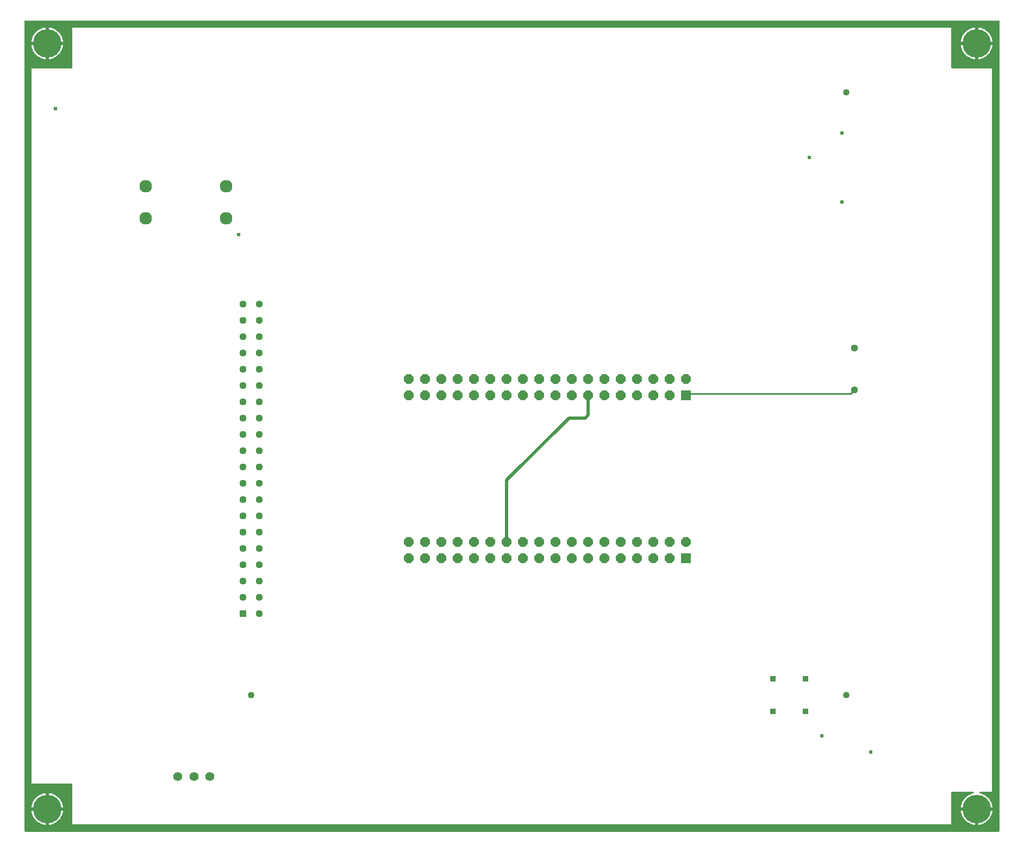
<source format=gbr>
G04 EAGLE Gerber RS-274X export*
G75*
%MOMM*%
%FSLAX34Y34*%
%LPD*%
%INBottom Copper*%
%IPPOS*%
%AMOC8*
5,1,8,0,0,1.08239X$1,22.5*%
G01*
%ADD10C,1.120000*%
%ADD11C,1.400000*%
%ADD12C,1.960000*%
%ADD13C,4.445000*%
%ADD14C,1.016000*%
%ADD15R,1.524000X1.524000*%
%ADD16P,1.649562X8X202.500000*%
%ADD17R,1.120000X1.120000*%
%ADD18R,0.904800X0.904800*%
%ADD19C,0.609600*%
%ADD20C,0.254000*%
%ADD21C,0.508000*%

G36*
X1521444Y1266308D02*
X1521444Y1266308D01*
X1521437Y1266427D01*
X1521424Y1266465D01*
X1521419Y1266506D01*
X1521376Y1266616D01*
X1521339Y1266729D01*
X1521317Y1266764D01*
X1521302Y1266801D01*
X1521233Y1266897D01*
X1521169Y1266998D01*
X1521139Y1267026D01*
X1521116Y1267059D01*
X1521024Y1267135D01*
X1520937Y1267216D01*
X1520902Y1267236D01*
X1520871Y1267261D01*
X1520763Y1267312D01*
X1520659Y1267370D01*
X1520619Y1267380D01*
X1520583Y1267397D01*
X1520466Y1267419D01*
X1520351Y1267449D01*
X1520291Y1267453D01*
X1520271Y1267457D01*
X1520250Y1267455D01*
X1520190Y1267459D01*
X3810Y1267459D01*
X3692Y1267444D01*
X3573Y1267437D01*
X3535Y1267424D01*
X3494Y1267419D01*
X3384Y1267376D01*
X3271Y1267339D01*
X3236Y1267317D01*
X3199Y1267302D01*
X3103Y1267233D01*
X3002Y1267169D01*
X2974Y1267139D01*
X2941Y1267116D01*
X2865Y1267024D01*
X2784Y1266937D01*
X2764Y1266902D01*
X2739Y1266871D01*
X2688Y1266763D01*
X2630Y1266659D01*
X2620Y1266619D01*
X2603Y1266583D01*
X2581Y1266466D01*
X2551Y1266351D01*
X2547Y1266291D01*
X2543Y1266271D01*
X2545Y1266250D01*
X2541Y1266190D01*
X2541Y3810D01*
X2556Y3692D01*
X2563Y3573D01*
X2576Y3535D01*
X2581Y3494D01*
X2624Y3384D01*
X2661Y3271D01*
X2683Y3236D01*
X2698Y3199D01*
X2767Y3103D01*
X2831Y3002D01*
X2861Y2974D01*
X2884Y2941D01*
X2976Y2865D01*
X3063Y2784D01*
X3098Y2764D01*
X3129Y2739D01*
X3237Y2688D01*
X3341Y2630D01*
X3381Y2620D01*
X3417Y2603D01*
X3534Y2581D01*
X3649Y2551D01*
X3709Y2547D01*
X3729Y2543D01*
X3750Y2545D01*
X3810Y2541D01*
X1520190Y2541D01*
X1520308Y2556D01*
X1520427Y2563D01*
X1520465Y2576D01*
X1520506Y2581D01*
X1520616Y2624D01*
X1520729Y2661D01*
X1520764Y2683D01*
X1520801Y2698D01*
X1520897Y2767D01*
X1520998Y2831D01*
X1521026Y2861D01*
X1521059Y2884D01*
X1521135Y2976D01*
X1521216Y3063D01*
X1521236Y3098D01*
X1521261Y3129D01*
X1521312Y3237D01*
X1521370Y3341D01*
X1521380Y3381D01*
X1521397Y3417D01*
X1521419Y3534D01*
X1521449Y3649D01*
X1521453Y3709D01*
X1521457Y3729D01*
X1521455Y3750D01*
X1521459Y3810D01*
X1521459Y1266190D01*
X1521444Y1266308D01*
G37*
%LPC*%
G36*
X76200Y1192531D02*
X76200Y1192531D01*
X76318Y1192546D01*
X76437Y1192553D01*
X76475Y1192566D01*
X76516Y1192571D01*
X76626Y1192614D01*
X76739Y1192651D01*
X76774Y1192673D01*
X76811Y1192688D01*
X76907Y1192758D01*
X77008Y1192821D01*
X77036Y1192851D01*
X77069Y1192874D01*
X77145Y1192966D01*
X77226Y1193053D01*
X77246Y1193088D01*
X77271Y1193119D01*
X77322Y1193227D01*
X77380Y1193331D01*
X77390Y1193371D01*
X77407Y1193407D01*
X77429Y1193524D01*
X77459Y1193639D01*
X77463Y1193700D01*
X77467Y1193720D01*
X77465Y1193740D01*
X77469Y1193800D01*
X77469Y1256031D01*
X1446531Y1256031D01*
X1446531Y1193800D01*
X1446546Y1193682D01*
X1446553Y1193563D01*
X1446566Y1193525D01*
X1446571Y1193484D01*
X1446614Y1193374D01*
X1446651Y1193261D01*
X1446673Y1193226D01*
X1446688Y1193189D01*
X1446758Y1193093D01*
X1446821Y1192992D01*
X1446851Y1192964D01*
X1446874Y1192931D01*
X1446966Y1192856D01*
X1447053Y1192774D01*
X1447088Y1192754D01*
X1447119Y1192729D01*
X1447227Y1192678D01*
X1447331Y1192620D01*
X1447371Y1192610D01*
X1447407Y1192593D01*
X1447524Y1192571D01*
X1447639Y1192541D01*
X1447700Y1192537D01*
X1447720Y1192533D01*
X1447740Y1192535D01*
X1447800Y1192531D01*
X1510031Y1192531D01*
X1510031Y64769D01*
X1491615Y64769D01*
X1491598Y64767D01*
X1491581Y64769D01*
X1491441Y64747D01*
X1491300Y64729D01*
X1491284Y64723D01*
X1491267Y64721D01*
X1491136Y64665D01*
X1491004Y64612D01*
X1490990Y64602D01*
X1490975Y64596D01*
X1490862Y64509D01*
X1490747Y64426D01*
X1490736Y64412D01*
X1490722Y64402D01*
X1490635Y64290D01*
X1490544Y64181D01*
X1490537Y64165D01*
X1490526Y64152D01*
X1490469Y64021D01*
X1490409Y63893D01*
X1490405Y63876D01*
X1490398Y63860D01*
X1490375Y63719D01*
X1490349Y63581D01*
X1490350Y63563D01*
X1490347Y63547D01*
X1490360Y63404D01*
X1490369Y63263D01*
X1490374Y63247D01*
X1490375Y63230D01*
X1490423Y63095D01*
X1490467Y62961D01*
X1490476Y62946D01*
X1490481Y62930D01*
X1490561Y62812D01*
X1490637Y62692D01*
X1490649Y62680D01*
X1490659Y62666D01*
X1490764Y62572D01*
X1490868Y62474D01*
X1490883Y62466D01*
X1490896Y62454D01*
X1491022Y62389D01*
X1491147Y62320D01*
X1491163Y62316D01*
X1491179Y62308D01*
X1491333Y62263D01*
X1492767Y61935D01*
X1495392Y61017D01*
X1497899Y59810D01*
X1500254Y58330D01*
X1502429Y56595D01*
X1504395Y54629D01*
X1506130Y52454D01*
X1507610Y50099D01*
X1508817Y47592D01*
X1509735Y44967D01*
X1510354Y42255D01*
X1510536Y40639D01*
X1487170Y40639D01*
X1487052Y40624D01*
X1486933Y40617D01*
X1486895Y40604D01*
X1486855Y40599D01*
X1486744Y40556D01*
X1486631Y40519D01*
X1486597Y40497D01*
X1486559Y40482D01*
X1486463Y40412D01*
X1486362Y40349D01*
X1486334Y40319D01*
X1486302Y40295D01*
X1486226Y40204D01*
X1486144Y40117D01*
X1486125Y40082D01*
X1486099Y40051D01*
X1486048Y39943D01*
X1485991Y39839D01*
X1485980Y39799D01*
X1485963Y39763D01*
X1485941Y39646D01*
X1485911Y39531D01*
X1485907Y39470D01*
X1485903Y39450D01*
X1485904Y39435D01*
X1485903Y39429D01*
X1485904Y39420D01*
X1485901Y39370D01*
X1485901Y38099D01*
X1485899Y38099D01*
X1485899Y39370D01*
X1485884Y39488D01*
X1485877Y39607D01*
X1485864Y39645D01*
X1485859Y39685D01*
X1485815Y39796D01*
X1485779Y39909D01*
X1485757Y39944D01*
X1485742Y39981D01*
X1485672Y40077D01*
X1485609Y40178D01*
X1485579Y40206D01*
X1485555Y40239D01*
X1485464Y40314D01*
X1485377Y40396D01*
X1485342Y40416D01*
X1485310Y40441D01*
X1485203Y40492D01*
X1485098Y40550D01*
X1485059Y40560D01*
X1485023Y40577D01*
X1484906Y40599D01*
X1484791Y40629D01*
X1484730Y40633D01*
X1484710Y40637D01*
X1484690Y40635D01*
X1484630Y40639D01*
X1461264Y40639D01*
X1461446Y42255D01*
X1462065Y44967D01*
X1462983Y47592D01*
X1464190Y50099D01*
X1465670Y52454D01*
X1467405Y54629D01*
X1469371Y56595D01*
X1471546Y58330D01*
X1473901Y59810D01*
X1476408Y61017D01*
X1479033Y61935D01*
X1480467Y62263D01*
X1480483Y62268D01*
X1480500Y62271D01*
X1480632Y62323D01*
X1480766Y62372D01*
X1480780Y62381D01*
X1480796Y62388D01*
X1480911Y62471D01*
X1481028Y62552D01*
X1481039Y62564D01*
X1481053Y62574D01*
X1481144Y62684D01*
X1481237Y62791D01*
X1481245Y62806D01*
X1481256Y62819D01*
X1481316Y62948D01*
X1481380Y63075D01*
X1481384Y63092D01*
X1481391Y63107D01*
X1481418Y63246D01*
X1481449Y63386D01*
X1481448Y63403D01*
X1481451Y63420D01*
X1481442Y63561D01*
X1481437Y63703D01*
X1481433Y63720D01*
X1481431Y63737D01*
X1481388Y63872D01*
X1481348Y64008D01*
X1481339Y64023D01*
X1481333Y64039D01*
X1481258Y64159D01*
X1481185Y64282D01*
X1481172Y64294D01*
X1481163Y64308D01*
X1481060Y64406D01*
X1480959Y64506D01*
X1480944Y64514D01*
X1480932Y64526D01*
X1480808Y64594D01*
X1480685Y64667D01*
X1480668Y64671D01*
X1480653Y64680D01*
X1480516Y64715D01*
X1480379Y64754D01*
X1480362Y64755D01*
X1480345Y64759D01*
X1480185Y64769D01*
X1447800Y64769D01*
X1447682Y64754D01*
X1447563Y64747D01*
X1447525Y64734D01*
X1447484Y64729D01*
X1447374Y64686D01*
X1447261Y64649D01*
X1447226Y64627D01*
X1447189Y64612D01*
X1447093Y64543D01*
X1446992Y64479D01*
X1446964Y64449D01*
X1446931Y64426D01*
X1446856Y64334D01*
X1446774Y64247D01*
X1446754Y64212D01*
X1446729Y64181D01*
X1446678Y64073D01*
X1446620Y63969D01*
X1446610Y63929D01*
X1446593Y63893D01*
X1446571Y63776D01*
X1446541Y63661D01*
X1446537Y63601D01*
X1446533Y63581D01*
X1446535Y63560D01*
X1446534Y63548D01*
X1446533Y63545D01*
X1446533Y63543D01*
X1446531Y63500D01*
X1446531Y13969D01*
X77469Y13969D01*
X77469Y76200D01*
X77454Y76318D01*
X77447Y76437D01*
X77434Y76475D01*
X77429Y76516D01*
X77386Y76626D01*
X77349Y76739D01*
X77327Y76774D01*
X77312Y76811D01*
X77243Y76907D01*
X77179Y77008D01*
X77149Y77036D01*
X77126Y77069D01*
X77034Y77145D01*
X76947Y77226D01*
X76912Y77246D01*
X76881Y77271D01*
X76773Y77322D01*
X76669Y77380D01*
X76629Y77390D01*
X76593Y77407D01*
X76476Y77429D01*
X76361Y77459D01*
X76301Y77463D01*
X76281Y77467D01*
X76260Y77465D01*
X76200Y77469D01*
X13969Y77469D01*
X13969Y1192531D01*
X76200Y1192531D01*
G37*
%LPD*%
%LPC*%
G36*
X40639Y1234439D02*
X40639Y1234439D01*
X40639Y1256536D01*
X42255Y1256354D01*
X44967Y1255735D01*
X47592Y1254817D01*
X50099Y1253610D01*
X52454Y1252130D01*
X54629Y1250395D01*
X56595Y1248429D01*
X58330Y1246254D01*
X59810Y1243899D01*
X61017Y1241392D01*
X61935Y1238767D01*
X62554Y1236055D01*
X62736Y1234439D01*
X40639Y1234439D01*
G37*
%LPD*%
%LPC*%
G36*
X1488439Y1234439D02*
X1488439Y1234439D01*
X1488439Y1256536D01*
X1490055Y1256354D01*
X1492767Y1255735D01*
X1495392Y1254817D01*
X1497899Y1253610D01*
X1500254Y1252130D01*
X1502429Y1250395D01*
X1504395Y1248429D01*
X1506130Y1246254D01*
X1507610Y1243899D01*
X1508817Y1241392D01*
X1509735Y1238767D01*
X1510354Y1236055D01*
X1510536Y1234439D01*
X1488439Y1234439D01*
G37*
%LPD*%
%LPC*%
G36*
X40639Y40639D02*
X40639Y40639D01*
X40639Y62736D01*
X42255Y62554D01*
X44967Y61935D01*
X47592Y61017D01*
X50099Y59810D01*
X52454Y58330D01*
X54629Y56595D01*
X56595Y54629D01*
X58330Y52454D01*
X59810Y50099D01*
X61017Y47592D01*
X61935Y44967D01*
X62554Y42255D01*
X62736Y40639D01*
X40639Y40639D01*
G37*
%LPD*%
%LPC*%
G36*
X13464Y1234439D02*
X13464Y1234439D01*
X13646Y1236055D01*
X14265Y1238767D01*
X15183Y1241392D01*
X16390Y1243899D01*
X17870Y1246254D01*
X19605Y1248429D01*
X21571Y1250395D01*
X23746Y1252130D01*
X26101Y1253610D01*
X28608Y1254817D01*
X31233Y1255735D01*
X33945Y1256354D01*
X35561Y1256536D01*
X35561Y1234439D01*
X13464Y1234439D01*
G37*
%LPD*%
%LPC*%
G36*
X1461264Y1234439D02*
X1461264Y1234439D01*
X1461446Y1236055D01*
X1462065Y1238767D01*
X1462983Y1241392D01*
X1464190Y1243899D01*
X1465670Y1246254D01*
X1467405Y1248429D01*
X1469371Y1250395D01*
X1471546Y1252130D01*
X1473901Y1253610D01*
X1476408Y1254817D01*
X1479033Y1255735D01*
X1481745Y1256354D01*
X1483361Y1256536D01*
X1483361Y1234439D01*
X1461264Y1234439D01*
G37*
%LPD*%
%LPC*%
G36*
X1488439Y1229361D02*
X1488439Y1229361D01*
X1510536Y1229361D01*
X1510354Y1227745D01*
X1509735Y1225033D01*
X1508817Y1222408D01*
X1507610Y1219901D01*
X1506130Y1217546D01*
X1504395Y1215371D01*
X1502429Y1213405D01*
X1500254Y1211670D01*
X1497899Y1210190D01*
X1495392Y1208983D01*
X1492767Y1208065D01*
X1490055Y1207446D01*
X1488439Y1207264D01*
X1488439Y1229361D01*
G37*
%LPD*%
%LPC*%
G36*
X40639Y1229361D02*
X40639Y1229361D01*
X62736Y1229361D01*
X62554Y1227745D01*
X61935Y1225033D01*
X61017Y1222408D01*
X59810Y1219901D01*
X58330Y1217546D01*
X56595Y1215371D01*
X54629Y1213405D01*
X52454Y1211670D01*
X50099Y1210190D01*
X47592Y1208983D01*
X44967Y1208065D01*
X42255Y1207446D01*
X40639Y1207264D01*
X40639Y1229361D01*
G37*
%LPD*%
%LPC*%
G36*
X13464Y40639D02*
X13464Y40639D01*
X13646Y42255D01*
X14265Y44967D01*
X15183Y47592D01*
X16390Y50099D01*
X17870Y52454D01*
X19605Y54629D01*
X21571Y56595D01*
X23746Y58330D01*
X26101Y59810D01*
X28608Y61017D01*
X31233Y61935D01*
X33945Y62554D01*
X35561Y62736D01*
X35561Y40639D01*
X13464Y40639D01*
G37*
%LPD*%
%LPC*%
G36*
X1488439Y35561D02*
X1488439Y35561D01*
X1510536Y35561D01*
X1510354Y33945D01*
X1509735Y31233D01*
X1508817Y28608D01*
X1507610Y26101D01*
X1506130Y23746D01*
X1504395Y21571D01*
X1502429Y19605D01*
X1500254Y17870D01*
X1497899Y16390D01*
X1495392Y15183D01*
X1492767Y14265D01*
X1490055Y13646D01*
X1488439Y13464D01*
X1488439Y35561D01*
G37*
%LPD*%
%LPC*%
G36*
X40639Y35561D02*
X40639Y35561D01*
X62736Y35561D01*
X62554Y33945D01*
X61935Y31233D01*
X61017Y28608D01*
X59810Y26101D01*
X58330Y23746D01*
X56595Y21571D01*
X54629Y19605D01*
X52454Y17870D01*
X50099Y16390D01*
X47592Y15183D01*
X44967Y14265D01*
X42255Y13646D01*
X40639Y13464D01*
X40639Y35561D01*
G37*
%LPD*%
%LPC*%
G36*
X1481745Y1207446D02*
X1481745Y1207446D01*
X1479033Y1208065D01*
X1476408Y1208983D01*
X1473901Y1210190D01*
X1471546Y1211670D01*
X1469371Y1213405D01*
X1467405Y1215371D01*
X1465670Y1217546D01*
X1464190Y1219901D01*
X1462983Y1222408D01*
X1462065Y1225033D01*
X1461446Y1227745D01*
X1461264Y1229361D01*
X1483361Y1229361D01*
X1483361Y1207264D01*
X1481745Y1207446D01*
G37*
%LPD*%
%LPC*%
G36*
X33945Y1207446D02*
X33945Y1207446D01*
X31233Y1208065D01*
X28608Y1208983D01*
X26101Y1210190D01*
X23746Y1211670D01*
X21571Y1213405D01*
X19605Y1215371D01*
X17870Y1217546D01*
X16390Y1219901D01*
X15183Y1222408D01*
X14265Y1225033D01*
X13646Y1227745D01*
X13464Y1229361D01*
X35561Y1229361D01*
X35561Y1207264D01*
X33945Y1207446D01*
G37*
%LPD*%
%LPC*%
G36*
X1481745Y13646D02*
X1481745Y13646D01*
X1479033Y14265D01*
X1476408Y15183D01*
X1473901Y16390D01*
X1471546Y17870D01*
X1469371Y19605D01*
X1467405Y21571D01*
X1465670Y23746D01*
X1464190Y26101D01*
X1462983Y28608D01*
X1462065Y31233D01*
X1461446Y33945D01*
X1461264Y35561D01*
X1483361Y35561D01*
X1483361Y13464D01*
X1481745Y13646D01*
G37*
%LPD*%
%LPC*%
G36*
X33945Y13646D02*
X33945Y13646D01*
X31233Y14265D01*
X28608Y15183D01*
X26101Y16390D01*
X23746Y17870D01*
X21571Y19605D01*
X19605Y21571D01*
X17870Y23746D01*
X16390Y26101D01*
X15183Y28608D01*
X14265Y31233D01*
X13646Y33945D01*
X13464Y35561D01*
X35561Y35561D01*
X35561Y13464D01*
X33945Y13646D01*
G37*
%LPD*%
%LPC*%
G36*
X1485899Y1231899D02*
X1485899Y1231899D01*
X1485899Y1231901D01*
X1485901Y1231901D01*
X1485901Y1231899D01*
X1485899Y1231899D01*
G37*
%LPD*%
%LPC*%
G36*
X38099Y1231899D02*
X38099Y1231899D01*
X38099Y1231901D01*
X38101Y1231901D01*
X38101Y1231899D01*
X38099Y1231899D01*
G37*
%LPD*%
%LPC*%
G36*
X38099Y38099D02*
X38099Y38099D01*
X38099Y38101D01*
X38101Y38101D01*
X38101Y38099D01*
X38099Y38099D01*
G37*
%LPD*%
D10*
X1295400Y756400D03*
X1295400Y691400D03*
D11*
X241700Y88900D03*
X266700Y88900D03*
X291700Y88900D03*
D12*
X316500Y1009250D03*
X316500Y959250D03*
X191500Y959250D03*
X191500Y1009250D03*
D13*
X38100Y1231900D03*
X1485900Y1231900D03*
X1485900Y38100D03*
X38100Y38100D03*
D14*
X1282700Y1155700D03*
X1282700Y215900D03*
X355600Y215900D03*
D15*
X1033100Y429000D03*
D16*
X1033100Y454400D03*
X1007700Y429000D03*
X1007700Y454400D03*
X982300Y429000D03*
X982300Y454400D03*
X956900Y429000D03*
X956900Y454400D03*
X931500Y429000D03*
X931500Y454400D03*
X906100Y429000D03*
X906100Y454400D03*
X880700Y429000D03*
X880700Y454400D03*
X855300Y429000D03*
X855300Y454400D03*
X829900Y429000D03*
X829900Y454400D03*
X804500Y429000D03*
X804500Y454400D03*
X779100Y429000D03*
X779100Y454400D03*
X753700Y429000D03*
X753700Y454400D03*
X728300Y429000D03*
X728300Y454400D03*
X702900Y429000D03*
X702900Y454400D03*
X677500Y429000D03*
X677500Y454400D03*
X652100Y429000D03*
X652100Y454400D03*
X626700Y429000D03*
X626700Y454400D03*
X601300Y429000D03*
X601300Y454400D03*
D15*
X1033100Y683000D03*
D16*
X1033100Y708400D03*
X1007700Y683000D03*
X1007700Y708400D03*
X982300Y683000D03*
X982300Y708400D03*
X956900Y683000D03*
X956900Y708400D03*
X931500Y683000D03*
X931500Y708400D03*
X906100Y683000D03*
X906100Y708400D03*
X880700Y683000D03*
X880700Y708400D03*
X855300Y683000D03*
X855300Y708400D03*
X829900Y683000D03*
X829900Y708400D03*
X804500Y683000D03*
X804500Y708400D03*
X779100Y683000D03*
X779100Y708400D03*
X753700Y683000D03*
X753700Y708400D03*
X728300Y683000D03*
X728300Y708400D03*
X702900Y683000D03*
X702900Y708400D03*
X677500Y683000D03*
X677500Y708400D03*
X652100Y683000D03*
X652100Y708400D03*
X626700Y683000D03*
X626700Y708400D03*
X601300Y683000D03*
X601300Y708400D03*
D10*
X342900Y825500D03*
X342900Y800100D03*
X342900Y774700D03*
X342900Y749300D03*
X342900Y723900D03*
X342900Y698500D03*
X342900Y673100D03*
X342900Y647700D03*
X342900Y622300D03*
X342900Y596900D03*
X342900Y571500D03*
X342900Y546100D03*
X342900Y520700D03*
X342900Y495300D03*
X342900Y469900D03*
X342900Y444500D03*
X342900Y419100D03*
X342900Y393700D03*
X342900Y368300D03*
D17*
X342900Y342900D03*
D10*
X368300Y342900D03*
X368300Y368300D03*
X368300Y393700D03*
X368300Y419100D03*
X368300Y444500D03*
X368300Y469900D03*
X368300Y495300D03*
X368300Y520700D03*
X368300Y546100D03*
X368300Y571500D03*
X368300Y596900D03*
X368300Y622300D03*
X368300Y647700D03*
X368300Y673100D03*
X368300Y698500D03*
X368300Y723900D03*
X368300Y749300D03*
X368300Y774700D03*
X368300Y800100D03*
X368300Y825500D03*
D18*
X1168400Y241300D03*
X1219200Y241300D03*
X1168400Y190500D03*
X1219200Y190500D03*
D19*
X1320800Y127000D03*
X1244600Y152400D03*
X1276350Y984250D03*
X1276350Y1092200D03*
X50800Y1130300D03*
X336550Y933450D03*
X1225550Y1054100D03*
D20*
X1035900Y685800D02*
X1033100Y683000D01*
X1289800Y685800D02*
X1295400Y691400D01*
X1289800Y685800D02*
X1035900Y685800D01*
D21*
X753700Y550500D02*
X753700Y454400D01*
X850900Y647700D02*
X876300Y647700D01*
X880700Y652100D01*
X880700Y683000D01*
X850900Y647700D02*
X753700Y550500D01*
M02*

</source>
